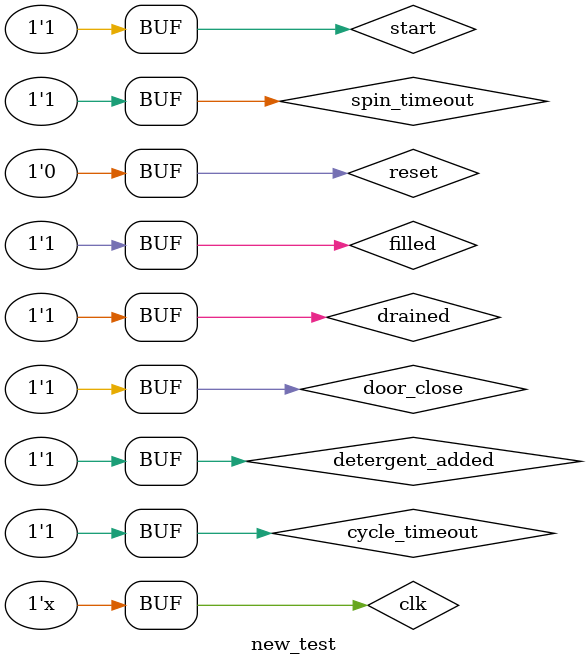
<source format=v>
`timescale 10ns / 1ps

module automatic_washing_machine(clk, reset, door_close, start, filled, detergent_added, cycle_timeout, drained, spin_timeout, door_lock, motor_on, fill_value_on, drain_value_on, done, soap_wash, water_wash);

	input clk, reset, door_close, start, filled, detergent_added, cycle_timeout, drained, spin_timeout;
	output reg door_lock, motor_on, fill_value_on, drain_value_on, done, soap_wash, water_wash; 
	
	//defining the states
	parameter check_door = 3'b000;
	parameter fill_water = 3'b001;
	parameter add_detergent = 3'b010;
	parameter cycle = 3'b011;
	parameter drain_water = 3'b100;
	parameter spin = 3'b101;
	
	reg[2:0] current_state, next_state;
	
	always@(current_state or start or door_close or filled or detergent_added or drained or cycle_timeout or spin_timeout)
	begin
	case(current_state)
		check_door:
			if(start==1 && door_close==1)
			begin
				next_state = fill_water;
				motor_on = 0;
				fill_value_on = 0;
				drain_value_on = 0;
				door_lock = 1;
				soap_wash = 0;
				water_wash = 0;
				done = 0;
			end
			else
			begin
				next_state = current_state;
				motor_on = 0;
				fill_value_on = 0;
				drain_value_on = 0;
				door_lock = 0;
				soap_wash = 0;
				water_wash = 0;
				done = 0;
			end
			
			fill_water:
			if (filled==1)
			begin
				if(soap_wash == 0)
				begin
					next_state = add_detergent;
					motor_on = 0;
					fill_value_on = 0;
					drain_value_on = 0;
					door_lock = 1;
					soap_wash = 1;
					water_wash = 0;
					done = 0;
				end
				else
				begin
					next_state = cycle;
					motor_on = 0;
					fill_value_on = 0;
					drain_value_on = 0;
					door_lock = 1;
					soap_wash = 1;
					water_wash = 1;
					done = 0;
				end
			end
			else
			begin
				next_state = current_state;
				motor_on = 0;
				fill_value_on = 1;
				drain_value_on = 0;
				door_lock = 1;
				done = 0;
			end
			add_detergent:
			if(detergent_added==1)
			begin
				next_state = cycle;
				motor_on = 0;
				fill_value_on = 0;
				drain_value_on = 0;
				door_lock = 1;
				soap_wash = 1;
				done = 0;
			end
			else
			begin
				next_state = current_state;
				motor_on = 0;
				fill_value_on = 0;
				drain_value_on = 0;
				door_lock = 1;
				soap_wash = 1;
				water_wash = 0;
				done = 0;
			end
			cycle:
			if(cycle_timeout == 1)
			begin
				next_state = drain_water;
				motor_on = 0;
				fill_value_on = 0;
				drain_value_on = 0;
				door_lock = 1;
				//soap_wash = 1;
				done = 0;
			end
			else
			begin
				next_state = current_state;
				motor_on = 1;
				fill_value_on = 0;
				drain_value_on = 0;
				door_lock = 1;
				//soap_wash = 1;
				done = 0;
			end
			drain_water:
			 if(drained==1)
			 begin
				if(water_wash==0)
				begin
					next_state = fill_water;
					motor_on = 0;
					fill_value_on = 0;
					drain_value_on = 0;
					door_lock = 1;
					soap_wash = 1;
					//water_wash = 1;
					done = 0;
				end
				else
				begin
				next_state = spin;
					motor_on = 0;
					fill_value_on = 0;
					drain_value_on = 0;
					door_lock = 1;
					soap_wash = 1;
					water_wash = 1;
					done = 0;
				end
			end
			else
			begin
				next_state = current_state;
				motor_on = 0;
				fill_value_on = 0;
				drain_value_on = 1;
				door_lock = 1;
				soap_wash = 1;
				//water_wash = 1;
				done = 0;
			end
			spin:
			if(spin_timeout==1)
			begin
				next_state = door_close;
				motor_on = 0;
				fill_value_on = 0;
				drain_value_on = 0;
				door_lock = 1;
				soap_wash = 1;
				water_wash = 1;
				done = 1;
			end
			else
			begin
				next_state = current_state;
				motor_on = 0;
				fill_value_on = 0;
				drain_value_on = 1;
				door_lock = 1;
				soap_wash = 1;
				water_wash = 1;
				done = 0;
			end
			default:
				next_state = check_door;
				
			endcase
	end
	
	always@(posedge clk or negedge reset)
	begin
		if(reset)
		begin
			current_state<=3'b000;
		end
		else
		begin
			current_state<=next_state;
		end
	end
	
endmodule

module new_test();
	reg clk, reset, door_close, start, filled, detergent_added, cycle_timeout, drained, spin_timeout;
	wire door_lock, motor_on, fill_value_on, drain_value_on, done, soap_wash, water_wash; 
	
	
automatic_washing_machine machine1(clk, reset, door_close, start, filled, detergent_added, cycle_timeout, drained, spin_timeout, door_lock, motor_on, fill_value_on, drain_value_on, done, soap_wash, water_wash);


	
	
	initial
		
	begin
	clk = 0;
		reset = 1;
		start = 0;
		door_close = 0;
		filled = 0;
		drained = 0;
		detergent_added = 0;
		cycle_timeout = 0;
		spin_timeout = 0;
		
		#5 reset=0;
		#5 start=1;door_close=1;
		#10 filled=1;
		#10 detergent_added=1;
		//filled=0;
		#10 cycle_timeout=1;
		//detergent_added=0;
		#10 drained=1;
		//cycle_timeout=0;
		#10 spin_timeout=1;
		//drained=0;
		
		/*
		
		#0 reset = 0;
		#2 start = 1;
		#4 door_close = 1;
		#3 filled = 1;
		#3 detergent_added = 1;
		#2 cycle_timeout = 1;
		#2 drained = 1; 
		#3 spin_timeout = 1;
		*/
	end
	
	always
	begin
		#5 clk = ~clk;
	end
	
	initial
	begin
		$monitor("Time=%d, Clock=%b, Reset=%b, start=%b, door_close=%b, filled=%b, detergent_added=%b, cycle_timeout=%b, drained=%b, spin_timeout=%b, door_lock=%b, motor_on=%b, fill_valve_on=%b, drain_valve_on=%b, soap_wash=%b, water_wash=%b, done=%b",$time, clk, reset, start, door_close, filled, detergent_added, cycle_timeout, drained, spin_timeout, door_lock, motor_on, fill_value_on, drain_value_on, soap_wash, water_wash, done);
	end
endmodule


</source>
